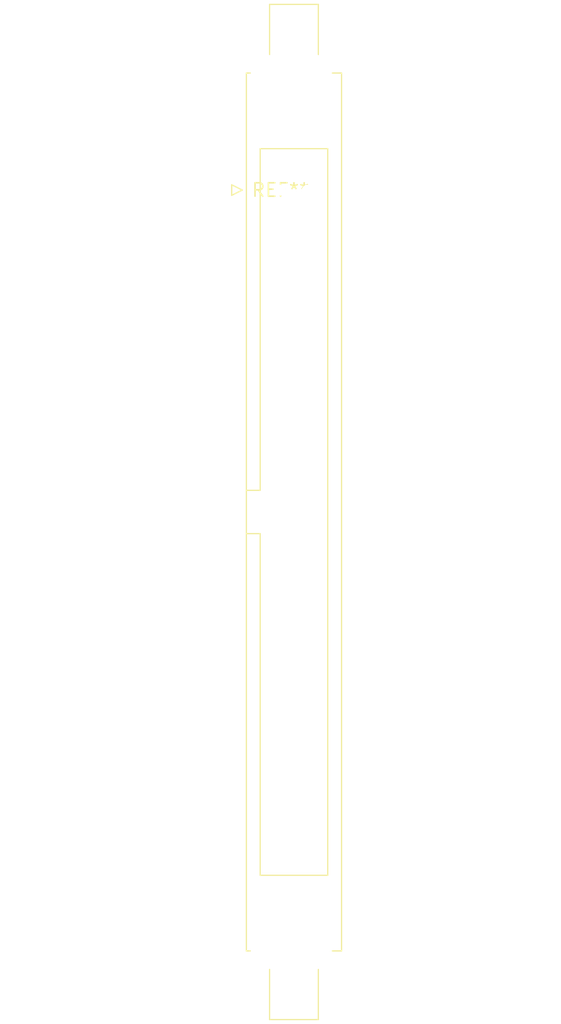
<source format=kicad_pcb>
(kicad_pcb (version 20240108) (generator pcbnew)
  (layers (0 "F.Cu" signal) (31 "B.Cu" signal) (34 "B.Paste" user) (35 "F.Paste" user) (36 "B.SilkS" user "B.Silkscreen") (37 "F.SilkS" user "F.Silkscreen") (38 "B.Mask" user) (39 "F.Mask" user) (44 "Edge.Cuts" user))
  (net 0 "")
  (footprint "IDC-Header_2x25-1MP_P2.54mm_Latch6.5mm_Vertical" (layer "F.Cu") (at 0 0)
    (property "Reference" "REF**")
    (property "Value" "IDC-Header_2x25-1MP_P2.54mm_Latch6.5mm_Vertical")
    (fp_line (start -4.63 -0.5) (end -4.63 0.5) (layer "F.SilkS") (stroke (width 0.12)))
    (fp_line (start -4.63 0.5) (end -3.63 0) (layer "F.SilkS") (stroke (width 0.12)))
    (fp_line (start -3.63 0) (end -4.63 -0.5) (layer "F.SilkS") (stroke (width 0.12)))
    (fp_line (start -3.24 -11.08) (end -3.24 72.04) (layer "F.SilkS") (stroke (width 0.12)))
    (fp_line (start -3.24 28.43) (end -1.93 28.43) (layer "F.SilkS") (stroke (width 0.12)))
    (fp_line (start -3.24 72.04) (end -2.87 72.04) (layer "F.SilkS") (stroke (width 0.12)))
    (fp_line (start -2.87 -11.08) (end -3.24 -11.08) (layer "F.SilkS") (stroke (width 0.12)))
    (fp_line (start -1.93 -3.92) (end 4.47 -3.92) (layer "F.SilkS") (stroke (width 0.12)))
    (fp_line (start -1.93 28.43) (end -1.93 -3.92) (layer "F.SilkS") (stroke (width 0.12)))
    (fp_line (start -1.93 32.53) (end -3.24 32.53) (layer "F.SilkS") (stroke (width 0.12)))
    (fp_line (start -1.93 32.53) (end -1.93 32.53) (layer "F.SilkS") (stroke (width 0.12)))
    (fp_line (start -1.93 64.88) (end -1.93 32.53) (layer "F.SilkS") (stroke (width 0.12)))
    (fp_line (start -1.04 -17.58) (end 3.58 -17.58) (layer "F.SilkS") (stroke (width 0.12)))
    (fp_line (start -1.04 -12.83) (end -1.04 -17.58) (layer "F.SilkS") (stroke (width 0.12)))
    (fp_line (start -1.04 73.79) (end -1.04 78.54) (layer "F.SilkS") (stroke (width 0.12)))
    (fp_line (start -1.04 78.54) (end 3.58 78.54) (layer "F.SilkS") (stroke (width 0.12)))
    (fp_line (start 3.58 -17.58) (end 3.58 -12.83) (layer "F.SilkS") (stroke (width 0.12)))
    (fp_line (start 3.58 78.54) (end 3.58 73.79) (layer "F.SilkS") (stroke (width 0.12)))
    (fp_line (start 4.47 -3.92) (end 4.47 64.88) (layer "F.SilkS") (stroke (width 0.12)))
    (fp_line (start 4.47 64.88) (end -1.93 64.88) (layer "F.SilkS") (stroke (width 0.12)))
    (fp_line (start 4.91 -11.08) (end 5.78 -11.08) (layer "F.SilkS") (stroke (width 0.12)))
    (fp_line (start 5.78 -11.08) (end 5.78 72.04) (layer "F.SilkS") (stroke (width 0.12)))
    (fp_line (start 5.78 72.04) (end 4.91 72.04) (layer "F.SilkS") (stroke (width 0.12)))
    (pad "1" thru_hole roundrect (at 0 0) (size 1.7 1.7) (drill 1) (layers *.Cu *.Mask) (remove_unused_layers) (roundrect_rratio 0.147059))
    (pad "2" thru_hole circle (at 2.54 0) (size 1.7 1.7) (drill 1) (layers *.Cu *.Mask) (remove_unused_layers))
    (pad "3" thru_hole circle (at 0 2.54) (size 1.7 1.7) (drill 1) (layers *.Cu *.Mask) (remove_unused_layers))
    (pad "4" thru_hole circle (at 2.54 2.54) (size 1.7 1.7) (drill 1) (layers *.Cu *.Mask) (remove_unused_layers))
    (pad "5" thru_hole circle (at 0 5.08) (size 1.7 1.7) (drill 1) (layers *.Cu *.Mask) (remove_unused_layers))
    (pad "6" thru_hole circle (at 2.54 5.08) (size 1.7 1.7) (drill 1) (layers *.Cu *.Mask) (remove_unused_layers))
    (pad "7" thru_hole circle (at 0 7.62) (size 1.7 1.7) (drill 1) (layers *.Cu *.Mask) (remove_unused_layers))
    (pad "8" thru_hole circle (at 2.54 7.62) (size 1.7 1.7) (drill 1) (layers *.Cu *.Mask) (remove_unused_layers))
    (pad "9" thru_hole circle (at 0 10.16) (size 1.7 1.7) (drill 1) (layers *.Cu *.Mask) (remove_unused_layers))
    (pad "10" thru_hole circle (at 2.54 10.16) (size 1.7 1.7) (drill 1) (layers *.Cu *.Mask) (remove_unused_layers))
    (pad "11" thru_hole circle (at 0 12.7) (size 1.7 1.7) (drill 1) (layers *.Cu *.Mask) (remove_unused_layers))
    (pad "12" thru_hole circle (at 2.54 12.7) (size 1.7 1.7) (drill 1) (layers *.Cu *.Mask) (remove_unused_layers))
    (pad "13" thru_hole circle (at 0 15.24) (size 1.7 1.7) (drill 1) (layers *.Cu *.Mask) (remove_unused_layers))
    (pad "14" thru_hole circle (at 2.54 15.24) (size 1.7 1.7) (drill 1) (layers *.Cu *.Mask) (remove_unused_layers))
    (pad "15" thru_hole circle (at 0 17.78) (size 1.7 1.7) (drill 1) (layers *.Cu *.Mask) (remove_unused_layers))
    (pad "16" thru_hole circle (at 2.54 17.78) (size 1.7 1.7) (drill 1) (layers *.Cu *.Mask) (remove_unused_layers))
    (pad "17" thru_hole circle (at 0 20.32) (size 1.7 1.7) (drill 1) (layers *.Cu *.Mask) (remove_unused_layers))
    (pad "18" thru_hole circle (at 2.54 20.32) (size 1.7 1.7) (drill 1) (layers *.Cu *.Mask) (remove_unused_layers))
    (pad "19" thru_hole circle (at 0 22.86) (size 1.7 1.7) (drill 1) (layers *.Cu *.Mask) (remove_unused_layers))
    (pad "20" thru_hole circle (at 2.54 22.86) (size 1.7 1.7) (drill 1) (layers *.Cu *.Mask) (remove_unused_layers))
    (pad "21" thru_hole circle (at 0 25.4) (size 1.7 1.7) (drill 1) (layers *.Cu *.Mask) (remove_unused_layers))
    (pad "22" thru_hole circle (at 2.54 25.4) (size 1.7 1.7) (drill 1) (layers *.Cu *.Mask) (remove_unused_layers))
    (pad "23" thru_hole circle (at 0 27.94) (size 1.7 1.7) (drill 1) (layers *.Cu *.Mask) (remove_unused_layers))
    (pad "24" thru_hole circle (at 2.54 27.94) (size 1.7 1.7) (drill 1) (layers *.Cu *.Mask) (remove_unused_layers))
    (pad "25" thru_hole circle (at 0 30.48) (size 1.7 1.7) (drill 1) (layers *.Cu *.Mask) (remove_unused_layers))
    (pad "26" thru_hole circle (at 2.54 30.48) (size 1.7 1.7) (drill 1) (layers *.Cu *.Mask) (remove_unused_layers))
    (pad "27" thru_hole circle (at 0 33.02) (size 1.7 1.7) (drill 1) (layers *.Cu *.Mask) (remove_unused_layers))
    (pad "28" thru_hole circle (at 2.54 33.02) (size 1.7 1.7) (drill 1) (layers *.Cu *.Mask) (remove_unused_layers))
    (pad "29" thru_hole circle (at 0 35.56) (size 1.7 1.7) (drill 1) (layers *.Cu *.Mask) (remove_unused_layers))
    (pad "30" thru_hole circle (at 2.54 35.56) (size 1.7 1.7) (drill 1) (layers *.Cu *.Mask) (remove_unused_layers))
    (pad "31" thru_hole circle (at 0 38.1) (size 1.7 1.7) (drill 1) (layers *.Cu *.Mask) (remove_unused_layers))
    (pad "32" thru_hole circle (at 2.54 38.1) (size 1.7 1.7) (drill 1) (layers *.Cu *.Mask) (remove_unused_layers))
    (pad "33" thru_hole circle (at 0 40.64) (size 1.7 1.7) (drill 1) (layers *.Cu *.Mask) (remove_unused_layers))
    (pad "34" thru_hole circle (at 2.54 40.64) (size 1.7 1.7) (drill 1) (layers *.Cu *.Mask) (remove_unused_layers))
    (pad "35" thru_hole circle (at 0 43.18) (size 1.7 1.7) (drill 1) (layers *.Cu *.Mask) (remove_unused_layers))
    (pad "36" thru_hole circle (at 2.54 43.18) (size 1.7 1.7) (drill 1) (layers *.Cu *.Mask) (remove_unused_layers))
    (pad "37" thru_hole circle (at 0 45.72) (size 1.7 1.7) (drill 1) (layers *.Cu *.Mask) (remove_unused_layers))
    (pad "38" thru_hole circle (at 2.54 45.72) (size 1.7 1.7) (drill 1) (layers *.Cu *.Mask) (remove_unused_layers))
    (pad "39" thru_hole circle (at 0 48.26) (size 1.7 1.7) (drill 1) (layers *.Cu *.Mask) (remove_unused_layers))
    (pad "40" thru_hole circle (at 2.54 48.26) (size 1.7 1.7) (drill 1) (layers *.Cu *.Mask) (remove_unused_layers))
    (pad "41" thru_hole circle (at 0 50.8) (size 1.7 1.7) (drill 1) (layers *.Cu *.Mask) (remove_unused_layers))
    (pad "42" thru_hole circle (at 2.54 50.8) (size 1.7 1.7) (drill 1) (layers *.Cu *.Mask) (remove_unused_layers))
    (pad "43" thru_hole circle (at 0 53.34) (size 1.7 1.7) (drill 1) (layers *.Cu *.Mask) (remove_unused_layers))
    (pad "44" thru_hole circle (at 2.54 53.34) (size 1.7 1.7) (drill 1) (layers *.Cu *.Mask) (remove_unused_layers))
    (pad "45" thru_hole circle (at 0 55.88) (size 1.7 1.7) (drill 1) (layers *.Cu *.Mask) (remove_unused_layers))
    (pad "46" thru_hole circle (at 2.54 55.88) (size 1.7 1.7) (drill 1) (layers *.Cu *.Mask) (remove_unused_layers))
    (pad "47" thru_hole circle (at 0 58.42) (size 1.7 1.7) (drill 1) (layers *.Cu *.Mask) (remove_unused_layers))
    (pad "48" thru_hole circle (at 2.54 58.42) (size 1.7 1.7) (drill 1) (layers *.Cu *.Mask) (remove_unused_layers))
    (pad "49" thru_hole circle (at 0 60.96) (size 1.7 1.7) (drill 1) (layers *.Cu *.Mask) (remove_unused_layers))
    (pad "50" thru_hole circle (at 2.54 60.96) (size 1.7 1.7) (drill 1) (layers *.Cu *.Mask) (remove_unused_layers))
    (pad "MP" thru_hole circle (at 1.02 -8.94) (size 8 8) (drill 2.69) (layers *.Cu *.Mask) (remove_unused_layers))
    (pad "MP" thru_hole circle (at 1.02 69.9) (size 8 8) (drill 2.69) (layers *.Cu *.Mask) (remove_unused_layers))
  )
)
</source>
